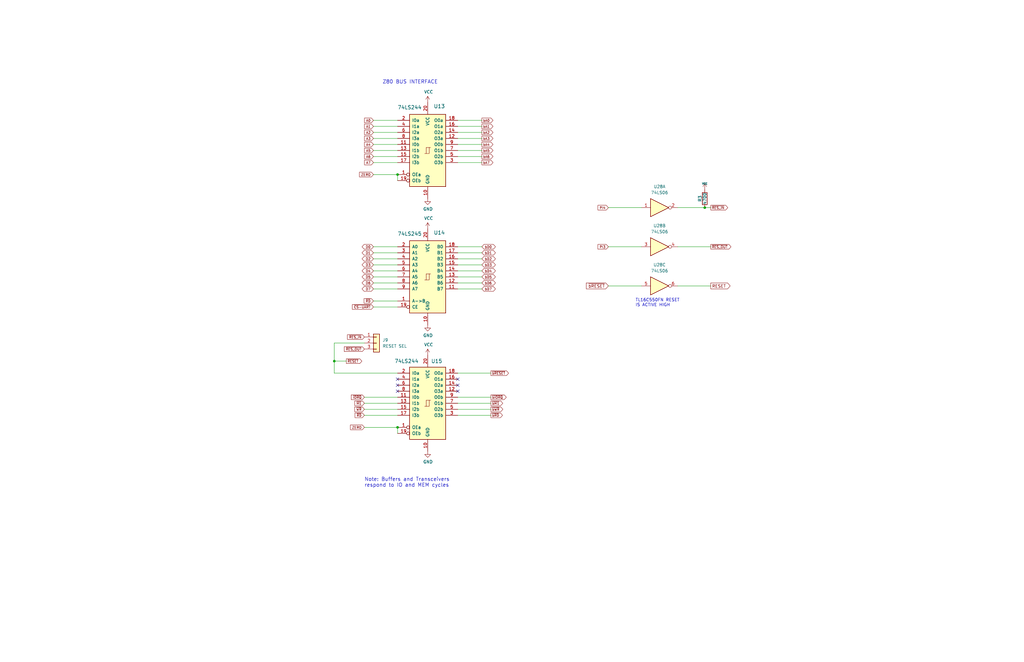
<source format=kicad_sch>
(kicad_sch (version 20211123) (generator eeschema)
  (paper "B")
  (lib_symbols
    (symbol "74xx:74LS06" (pin_names (offset 1.016))
      (property "Reference" "U" (at 0 1.27 0))
      (property "Value" "74LS06" (at 0 -1.27 0))
      (symbol "74LS06_1_0"
        (polyline (pts (xy -3.81 3.81) (xy -3.81 -3.81) (xy 3.81 0) (xy -3.81 3.81)) (stroke (width 0.254)) (fill (type background)))
        (pin input line (at -7.62 0 0) (length 3.81) (name "~") (number "1"))
        (pin open_collector inverted (at 7.62 0 180) (length 3.81) (name "~") (number "2"))
      )
      (symbol "74LS06_2_0"
        (polyline (pts (xy -3.81 3.81) (xy -3.81 -3.81) (xy 3.81 0) (xy -3.81 3.81)) (stroke (width 0.254)) (fill (type background)))
        (pin input line (at -7.62 0 0) (length 3.81) (name "~") (number "3"))
        (pin open_collector inverted (at 7.62 0 180) (length 3.81) (name "~") (number "4"))
      )
      (symbol "74LS06_3_0"
        (polyline (pts (xy -3.81 3.81) (xy -3.81 -3.81) (xy 3.81 0) (xy -3.81 3.81)) (stroke (width 0.254)) (fill (type background)))
        (pin input line (at -7.62 0 0) (length 3.81) (name "~") (number "5"))
        (pin open_collector inverted (at 7.62 0 180) (length 3.81) (name "~") (number "6"))
      )
      (symbol "74LS06_4_0"
        (polyline (pts (xy -3.81 3.81) (xy -3.81 -3.81) (xy 3.81 0) (xy -3.81 3.81)) (stroke (width 0.254)) (fill (type background)))
        (pin open_collector inverted (at 7.62 0 180) (length 3.81) (name "~") (number "8"))
        (pin input line (at -7.62 0 0) (length 3.81) (name "~") (number "9"))
      )
      (symbol "74LS06_5_0"
        (polyline (pts (xy -3.81 3.81) (xy -3.81 -3.81) (xy 3.81 0) (xy -3.81 3.81)) (stroke (width 0.254)) (fill (type background)))
        (pin open_collector inverted (at 7.62 0 180) (length 3.81) (name "~") (number "10"))
        (pin input line (at -7.62 0 0) (length 3.81) (name "~") (number "11"))
      )
      (symbol "74LS06_6_0"
        (polyline (pts (xy -3.81 3.81) (xy -3.81 -3.81) (xy 3.81 0) (xy -3.81 3.81)) (stroke (width 0.254)) (fill (type background)))
        (pin open_collector inverted (at 7.62 0 180) (length 3.81) (name "~") (number "12"))
        (pin input line (at -7.62 0 0) (length 3.81) (name "~") (number "13"))
      )
      (symbol "74LS06_7_0"
        (pin power_in line (at 0 12.7 270) (length 5.08) (name "VCC") (number "14"))
        (pin power_in line (at 0 -12.7 90) (length 5.08) (name "GND") (number "7"))
      )
      (symbol "74LS06_7_1"
        (rectangle (start -5.08 7.62) (end 5.08 -7.62) (stroke (width 0.254)) (fill (type background)))
      )
    )
    (symbol "74xx:74LS244" (pin_names (offset 1.016))
      (property "Reference" "U" (at -7.62 16.51 0))
      (property "Value" "74LS244" (at -7.62 -16.51 0))
      (symbol "74LS244_1_0"
        (polyline (pts (xy -0.635 -1.27) (xy -0.635 1.27) (xy 0.635 1.27)))
        (polyline (pts (xy -1.27 -1.27) (xy 0.635 -1.27) (xy 0.635 1.27) (xy 1.27 1.27)))
        (pin input inverted (at -12.7 -10.16 0) (length 5.08) (name "OEa") (number "1"))
        (pin power_in line (at 0 -20.32 90) (length 5.08) (name "GND") (number "10"))
        (pin input line (at -12.7 2.54 0) (length 5.08) (name "I0b") (number "11"))
        (pin tri_state line (at 12.7 5.08 180) (length 5.08) (name "O3a") (number "12"))
        (pin input line (at -12.7 0 0) (length 5.08) (name "I1b") (number "13"))
        (pin tri_state line (at 12.7 7.62 180) (length 5.08) (name "O2a") (number "14"))
        (pin input line (at -12.7 -2.54 0) (length 5.08) (name "I2b") (number "15"))
        (pin tri_state line (at 12.7 10.16 180) (length 5.08) (name "O1a") (number "16"))
        (pin input line (at -12.7 -5.08 0) (length 5.08) (name "I3b") (number "17"))
        (pin tri_state line (at 12.7 12.7 180) (length 5.08) (name "O0a") (number "18"))
        (pin input inverted (at -12.7 -12.7 0) (length 5.08) (name "OEb") (number "19"))
        (pin input line (at -12.7 12.7 0) (length 5.08) (name "I0a") (number "2"))
        (pin power_in line (at 0 20.32 270) (length 5.08) (name "VCC") (number "20"))
        (pin tri_state line (at 12.7 -5.08 180) (length 5.08) (name "O3b") (number "3"))
        (pin input line (at -12.7 10.16 0) (length 5.08) (name "I1a") (number "4"))
        (pin tri_state line (at 12.7 -2.54 180) (length 5.08) (name "O2b") (number "5"))
        (pin input line (at -12.7 7.62 0) (length 5.08) (name "I2a") (number "6"))
        (pin tri_state line (at 12.7 0 180) (length 5.08) (name "O1b") (number "7"))
        (pin input line (at -12.7 5.08 0) (length 5.08) (name "I3a") (number "8"))
        (pin tri_state line (at 12.7 2.54 180) (length 5.08) (name "O0b") (number "9"))
      )
      (symbol "74LS244_1_1"
        (rectangle (start -7.62 15.24) (end 7.62 -15.24) (stroke (width 0.254)) (fill (type background)))
      )
    )
    (symbol "74xx:74LS245" (pin_names (offset 1.016))
      (property "Reference" "U" (at -7.62 16.51 0))
      (property "Value" "74LS245" (at -7.62 -16.51 0))
      (symbol "74LS245_1_0"
        (polyline (pts (xy -0.635 -1.27) (xy -0.635 1.27) (xy 0.635 1.27)))
        (polyline (pts (xy -1.27 -1.27) (xy 0.635 -1.27) (xy 0.635 1.27) (xy 1.27 1.27)))
        (pin input line (at -12.7 -10.16 0) (length 5.08) (name "A->B") (number "1"))
        (pin power_in line (at 0 -20.32 90) (length 5.08) (name "GND") (number "10"))
        (pin tri_state line (at 12.7 -5.08 180) (length 5.08) (name "B7") (number "11"))
        (pin tri_state line (at 12.7 -2.54 180) (length 5.08) (name "B6") (number "12"))
        (pin tri_state line (at 12.7 0 180) (length 5.08) (name "B5") (number "13"))
        (pin tri_state line (at 12.7 2.54 180) (length 5.08) (name "B4") (number "14"))
        (pin tri_state line (at 12.7 5.08 180) (length 5.08) (name "B3") (number "15"))
        (pin tri_state line (at 12.7 7.62 180) (length 5.08) (name "B2") (number "16"))
        (pin tri_state line (at 12.7 10.16 180) (length 5.08) (name "B1") (number "17"))
        (pin tri_state line (at 12.7 12.7 180) (length 5.08) (name "B0") (number "18"))
        (pin input inverted (at -12.7 -12.7 0) (length 5.08) (name "CE") (number "19"))
        (pin tri_state line (at -12.7 12.7 0) (length 5.08) (name "A0") (number "2"))
        (pin power_in line (at 0 20.32 270) (length 5.08) (name "VCC") (number "20"))
        (pin tri_state line (at -12.7 10.16 0) (length 5.08) (name "A1") (number "3"))
        (pin tri_state line (at -12.7 7.62 0) (length 5.08) (name "A2") (number "4"))
        (pin tri_state line (at -12.7 5.08 0) (length 5.08) (name "A3") (number "5"))
        (pin tri_state line (at -12.7 2.54 0) (length 5.08) (name "A4") (number "6"))
        (pin tri_state line (at -12.7 0 0) (length 5.08) (name "A5") (number "7"))
        (pin tri_state line (at -12.7 -2.54 0) (length 5.08) (name "A6") (number "8"))
        (pin tri_state line (at -12.7 -5.08 0) (length 5.08) (name "A7") (number "9"))
      )
      (symbol "74LS245_1_1"
        (rectangle (start -7.62 15.24) (end 7.62 -15.24) (stroke (width 0.254)) (fill (type background)))
      )
    )
    (symbol "Connector_Generic:Conn_01x03" (pin_names (offset 1.016) hide)
      (property "Reference" "J" (at 0 5.08 0))
      (property "Value" "Conn_01x03" (at 0 -5.08 0))
      (symbol "Conn_01x03_1_1"
        (rectangle (start -1.27 -2.413) (end 0 -2.667) (stroke (width 0.1524)))
        (rectangle (start -1.27 0.127) (end 0 -0.127) (stroke (width 0.1524)))
        (rectangle (start -1.27 2.667) (end 0 2.413) (stroke (width 0.1524)))
        (rectangle (start -1.27 3.81) (end 1.27 -3.81) (stroke (width 0.254)) (fill (type background)))
        (pin passive line (at -5.08 2.54 0) (length 3.81) (name "Pin_1") (number "1"))
        (pin passive line (at -5.08 0 0) (length 3.81) (name "Pin_2") (number "2"))
        (pin passive line (at -5.08 -2.54 0) (length 3.81) (name "Pin_3") (number "3"))
      )
    )
    (symbol "Device:R" (pin_numbers hide) (pin_names (offset 0))
      (property "Reference" "R" (at 2.032 0 90))
      (property "Value" "R" (at 0 0 90))
      (symbol "R_0_1"
        (rectangle (start -1.016 -2.54) (end 1.016 2.54) (stroke (width 0.254)))
      )
      (symbol "R_1_1"
        (pin passive line (at 0 3.81 270) (length 1.27) (name "~") (number "1"))
        (pin passive line (at 0 -3.81 90) (length 1.27) (name "~") (number "2"))
      )
    )
    (symbol "power:GND" (power) (pin_names (offset 0))
      (property "Value" "GND" (at 0 -3.81 0))
      (symbol "GND_0_1"
        (polyline (pts (xy 0 0) (xy 0 -1.27) (xy 1.27 -1.27) (xy 0 -2.54) (xy -1.27 -1.27) (xy 0 -1.27)))
      )
      (symbol "GND_1_1"
        (pin power_in line (at 0 0 270) (length 0) hide (name "GND") (number "1"))
      )
    )
    (symbol "power:VCC" (power) (pin_names (offset 0))
      (property "Value" "VCC" (at 0 3.81 0))
      (symbol "VCC_0_1"
        (polyline (pts (xy -0.762 1.27) (xy 0 2.54)))
        (polyline (pts (xy 0 0) (xy 0 2.54)))
        (polyline (pts (xy 0 2.54) (xy 0.762 1.27)))
      )
      (symbol "VCC_1_1"
        (pin power_in line (at 0 0 90) (length 0) hide (name "VCC") (number "1"))
      )
    )
  )
  (junction (at 167.64 180.34))
  (junction (at 297.18 87.63))
  (junction (at 167.64 73.66))
  (junction (at 140.97 152.4))
  (no_connect (at 167.64 162.56))
  (no_connect (at 193.04 160.02))
  (no_connect (at 193.04 165.1))
  (no_connect (at 193.04 162.56))
  (no_connect (at 167.64 165.1))
  (no_connect (at 167.64 160.02))
  (wire (pts (xy 256.54 120.65) (xy 270.51 120.65)))
  (wire (pts (xy 285.75 104.14) (xy 299.72 104.14)))
  (wire (pts (xy 193.04 60.96) (xy 203.2 60.96)))
  (wire (pts (xy 193.04 167.64) (xy 207.01 167.64)))
  (wire (pts (xy 193.04 104.14) (xy 203.2 104.14)))
  (wire (pts (xy 157.48 119.38) (xy 167.64 119.38)))
  (wire (pts (xy 193.04 66.04) (xy 203.2 66.04)))
  (wire (pts (xy 167.64 180.34) (xy 167.64 182.88)))
  (wire (pts (xy 140.97 152.4) (xy 140.97 157.48)))
  (wire (pts (xy 153.67 170.18) (xy 167.64 170.18)))
  (wire (pts (xy 256.54 87.63) (xy 270.51 87.63)))
  (wire (pts (xy 157.48 127) (xy 167.64 127)))
  (wire (pts (xy 157.48 63.5) (xy 167.64 63.5)))
  (wire (pts (xy 157.48 106.68) (xy 167.64 106.68)))
  (wire (pts (xy 157.48 53.34) (xy 167.64 53.34)))
  (wire (pts (xy 193.04 68.58) (xy 203.2 68.58)))
  (wire (pts (xy 157.48 116.84) (xy 167.64 116.84)))
  (wire (pts (xy 193.04 157.48) (xy 207.01 157.48)))
  (wire (pts (xy 157.48 66.04) (xy 167.64 66.04)))
  (wire (pts (xy 157.48 68.58) (xy 167.64 68.58)))
  (wire (pts (xy 157.48 104.14) (xy 167.64 104.14)))
  (wire (pts (xy 157.48 109.22) (xy 167.64 109.22)))
  (wire (pts (xy 193.04 111.76) (xy 203.2 111.76)))
  (wire (pts (xy 157.48 114.3) (xy 167.64 114.3)))
  (wire (pts (xy 193.04 50.8) (xy 203.2 50.8)))
  (wire (pts (xy 297.18 87.63) (xy 299.72 87.63)))
  (wire (pts (xy 153.67 167.64) (xy 167.64 167.64)))
  (wire (pts (xy 157.48 55.88) (xy 167.64 55.88)))
  (wire (pts (xy 193.04 106.68) (xy 203.2 106.68)))
  (wire (pts (xy 193.04 175.26) (xy 207.01 175.26)))
  (wire (pts (xy 157.48 121.92) (xy 167.64 121.92)))
  (wire (pts (xy 157.48 50.8) (xy 167.64 50.8)))
  (wire (pts (xy 157.48 58.42) (xy 167.64 58.42)))
  (wire (pts (xy 140.97 157.48) (xy 167.64 157.48)))
  (wire (pts (xy 285.75 120.65) (xy 299.72 120.65)))
  (wire (pts (xy 193.04 121.92) (xy 203.2 121.92)))
  (wire (pts (xy 193.04 116.84) (xy 203.2 116.84)))
  (wire (pts (xy 153.67 172.72) (xy 167.64 172.72)))
  (wire (pts (xy 140.97 152.4) (xy 146.05 152.4)))
  (wire (pts (xy 153.67 180.34) (xy 167.64 180.34)))
  (wire (pts (xy 157.48 129.54) (xy 167.64 129.54)))
  (wire (pts (xy 140.97 144.78) (xy 140.97 152.4)))
  (wire (pts (xy 193.04 55.88) (xy 203.2 55.88)))
  (wire (pts (xy 193.04 172.72) (xy 207.01 172.72)))
  (wire (pts (xy 157.48 60.96) (xy 167.64 60.96)))
  (wire (pts (xy 193.04 53.34) (xy 203.2 53.34)))
  (wire (pts (xy 193.04 109.22) (xy 203.2 109.22)))
  (wire (pts (xy 157.48 111.76) (xy 167.64 111.76)))
  (wire (pts (xy 285.75 87.63) (xy 297.18 87.63)))
  (wire (pts (xy 193.04 114.3) (xy 203.2 114.3)))
  (wire (pts (xy 256.54 104.14) (xy 270.51 104.14)))
  (wire (pts (xy 140.97 144.78) (xy 153.67 144.78)))
  (wire (pts (xy 167.64 76.2) (xy 167.64 73.66)))
  (wire (pts (xy 157.48 73.66) (xy 167.64 73.66)))
  (wire (pts (xy 153.67 175.26) (xy 167.64 175.26)))
  (wire (pts (xy 193.04 63.5) (xy 203.2 63.5)))
  (wire (pts (xy 193.04 119.38) (xy 203.2 119.38)))
  (wire (pts (xy 193.04 58.42) (xy 203.2 58.42)))
  (wire (pts (xy 193.04 170.18) (xy 207.01 170.18)))
  (text "TL16C550FN RESET\nIS ACTIVE HIGH" (at 267.97 129.54 0) (effects (font (size 1.27 1.27)) (justify left bottom)))
  (text "Z80 BUS INTERFACE" (at 161.29 35.56 0) (effects (font (size 1.524 1.524)) (justify left bottom)))
  (text "Note: Buffers and Transceivers\nrespond to IO and MEM cycles" (at 153.67 205.74 0) (effects (font (size 1.524 1.524)) (justify left bottom)))
  (global_label "bD5" (shape bidirectional) (at 203.2 116.84 0) (effects (font (size 1.016 1.016))) (property "Intersheet References" "${INTERSHEET_REFS}" (effects hide)))
  (global_label "~{RES_OUT}" (shape input) (at 153.67 147.32 180) (effects (font (size 1.016 1.016))) (property "Intersheet References" "${INTERSHEET_REFS}" (effects hide)))
  (global_label "bA4" (shape output) (at 203.2 60.96 0) (effects (font (size 1.016 1.016))) (property "Intersheet References" "${INTERSHEET_REFS}" (effects hide)))
  (global_label "D4" (shape bidirectional) (at 157.48 114.3 180) (effects (font (size 1.016 1.016))) (property "Intersheet References" "${INTERSHEET_REFS}" (effects hide)))
  (global_label "~{RES_IN}" (shape input) (at 153.67 142.24 180) (effects (font (size 1.016 1.016))) (property "Intersheet References" "${INTERSHEET_REFS}" (effects hide)))
  (global_label "PI3" (shape input) (at 256.54 104.14 180) (effects (font (size 1.016 1.016))) (property "Intersheet References" "${INTERSHEET_REFS}" (effects hide)))
  (global_label "~{bWR}" (shape output) (at 207.01 172.72 0) (effects (font (size 1.016 1.016))) (property "Intersheet References" "${INTERSHEET_REFS}" (effects hide)))
  (global_label "~{bRESET}" (shape output) (at 207.01 157.48 0) (effects (font (size 1.016 1.016))) (property "Intersheet References" "${INTERSHEET_REFS}" (effects hide)))
  (global_label "~{bIORQ}" (shape output) (at 207.01 167.64 0) (effects (font (size 1.016 1.016))) (property "Intersheet References" "${INTERSHEET_REFS}" (effects hide)))
  (global_label "~{WR}" (shape input) (at 153.67 172.72 180) (effects (font (size 1.016 1.016))) (property "Intersheet References" "${INTERSHEET_REFS}" (effects hide)))
  (global_label "bA3" (shape output) (at 203.2 58.42 0) (effects (font (size 1.016 1.016))) (property "Intersheet References" "${INTERSHEET_REFS}" (effects hide)))
  (global_label "D3" (shape bidirectional) (at 157.48 111.76 180) (effects (font (size 1.016 1.016))) (property "Intersheet References" "${INTERSHEET_REFS}" (effects hide)))
  (global_label "ZERO" (shape input) (at 153.67 180.34 180) (effects (font (size 1.016 1.016))) (property "Intersheet References" "${INTERSHEET_REFS}" (effects hide)))
  (global_label "RESET" (shape output) (at 299.72 120.65 0) (property "Intersheet References" "${INTERSHEET_REFS}" (effects hide)))
  (global_label "bD2" (shape bidirectional) (at 203.2 109.22 0) (effects (font (size 1.016 1.016))) (property "Intersheet References" "${INTERSHEET_REFS}" (effects hide)))
  (global_label "~{CS-UART}" (shape input) (at 157.48 129.54 180) (effects (font (size 1.016 1.016))) (property "Intersheet References" "${INTERSHEET_REFS}" (effects hide)))
  (global_label "A7" (shape input) (at 157.48 68.58 180) (effects (font (size 1.016 1.016))) (property "Intersheet References" "${INTERSHEET_REFS}" (effects hide)))
  (global_label "A1" (shape input) (at 157.48 53.34 180) (effects (font (size 1.016 1.016))) (property "Intersheet References" "${INTERSHEET_REFS}" (effects hide)))
  (global_label "bD7" (shape bidirectional) (at 203.2 121.92 0) (effects (font (size 1.016 1.016))) (property "Intersheet References" "${INTERSHEET_REFS}" (effects hide)))
  (global_label "D6" (shape bidirectional) (at 157.48 119.38 180) (effects (font (size 1.016 1.016))) (property "Intersheet References" "${INTERSHEET_REFS}" (effects hide)))
  (global_label "~{bRD}" (shape output) (at 207.01 175.26 0) (effects (font (size 1.016 1.016))) (property "Intersheet References" "${INTERSHEET_REFS}" (effects hide)))
  (global_label "ZERO" (shape input) (at 157.48 73.66 180) (effects (font (size 1.016 1.016))) (property "Intersheet References" "${INTERSHEET_REFS}" (effects hide)))
  (global_label "~{IORQ}" (shape input) (at 153.67 167.64 180) (effects (font (size 1.016 1.016))) (property "Intersheet References" "${INTERSHEET_REFS}" (effects hide)))
  (global_label "bA0" (shape output) (at 203.2 50.8 0) (effects (font (size 1.016 1.016))) (property "Intersheet References" "${INTERSHEET_REFS}" (effects hide)))
  (global_label "~{M1}" (shape input) (at 153.67 170.18 180) (effects (font (size 1.016 1.016))) (property "Intersheet References" "${INTERSHEET_REFS}" (effects hide)))
  (global_label "~{RES_OUT}" (shape output) (at 299.72 104.14 0) (effects (font (size 1.016 1.016))) (property "Intersheet References" "${INTERSHEET_REFS}" (effects hide)))
  (global_label "D1" (shape bidirectional) (at 157.48 106.68 180) (effects (font (size 1.016 1.016))) (property "Intersheet References" "${INTERSHEET_REFS}" (effects hide)))
  (global_label "bA6" (shape output) (at 203.2 66.04 0) (effects (font (size 1.016 1.016))) (property "Intersheet References" "${INTERSHEET_REFS}" (effects hide)))
  (global_label "D5" (shape bidirectional) (at 157.48 116.84 180) (effects (font (size 1.016 1.016))) (property "Intersheet References" "${INTERSHEET_REFS}" (effects hide)))
  (global_label "bD3" (shape bidirectional) (at 203.2 111.76 0) (effects (font (size 1.016 1.016))) (property "Intersheet References" "${INTERSHEET_REFS}" (effects hide)))
  (global_label "A2" (shape input) (at 157.48 55.88 180) (effects (font (size 1.016 1.016))) (property "Intersheet References" "${INTERSHEET_REFS}" (effects hide)))
  (global_label "A4" (shape input) (at 157.48 60.96 180) (effects (font (size 1.016 1.016))) (property "Intersheet References" "${INTERSHEET_REFS}" (effects hide)))
  (global_label "~{RES_IN}" (shape output) (at 299.72 87.63 0) (effects (font (size 1.016 1.016))) (property "Intersheet References" "${INTERSHEET_REFS}" (effects hide)))
  (global_label "D2" (shape bidirectional) (at 157.48 109.22 180) (effects (font (size 1.016 1.016))) (property "Intersheet References" "${INTERSHEET_REFS}" (effects hide)))
  (global_label "bA2" (shape output) (at 203.2 55.88 0) (effects (font (size 1.016 1.016))) (property "Intersheet References" "${INTERSHEET_REFS}" (effects hide)))
  (global_label "bA1" (shape output) (at 203.2 53.34 0) (effects (font (size 1.016 1.016))) (property "Intersheet References" "${INTERSHEET_REFS}" (effects hide)))
  (global_label "bA7" (shape output) (at 203.2 68.58 0) (effects (font (size 1.016 1.016))) (property "Intersheet References" "${INTERSHEET_REFS}" (effects hide)))
  (global_label "bD4" (shape bidirectional) (at 203.2 114.3 0) (effects (font (size 1.016 1.016))) (property "Intersheet References" "${INTERSHEET_REFS}" (effects hide)))
  (global_label "D7" (shape bidirectional) (at 157.48 121.92 180) (effects (font (size 1.016 1.016))) (property "Intersheet References" "${INTERSHEET_REFS}" (effects hide)))
  (global_label "~{RD}" (shape input) (at 157.48 127 180) (effects (font (size 1.016 1.016))) (property "Intersheet References" "${INTERSHEET_REFS}" (effects hide)))
  (global_label "~{RD}" (shape input) (at 153.67 175.26 180) (effects (font (size 1.016 1.016))) (property "Intersheet References" "${INTERSHEET_REFS}" (effects hide)))
  (global_label "A3" (shape input) (at 157.48 58.42 180) (effects (font (size 1.016 1.016))) (property "Intersheet References" "${INTERSHEET_REFS}" (effects hide)))
  (global_label "bD1" (shape bidirectional) (at 203.2 106.68 0) (effects (font (size 1.016 1.016))) (property "Intersheet References" "${INTERSHEET_REFS}" (effects hide)))
  (global_label "A6" (shape input) (at 157.48 66.04 180) (effects (font (size 1.016 1.016))) (property "Intersheet References" "${INTERSHEET_REFS}" (effects hide)))
  (global_label "~{bM1}" (shape output) (at 207.01 170.18 0) (effects (font (size 1.016 1.016))) (property "Intersheet References" "${INTERSHEET_REFS}" (effects hide)))
  (global_label "bD6" (shape bidirectional) (at 203.2 119.38 0) (effects (font (size 1.016 1.016))) (property "Intersheet References" "${INTERSHEET_REFS}" (effects hide)))
  (global_label "~{RESET}" (shape output) (at 146.05 152.4 0) (effects (font (size 1.016 1.016))) (property "Intersheet References" "${INTERSHEET_REFS}" (effects hide)))
  (global_label "PI4" (shape input) (at 256.54 87.63 180) (effects (font (size 1.016 1.016))) (property "Intersheet References" "${INTERSHEET_REFS}" (effects hide)))
  (global_label "bA5" (shape output) (at 203.2 63.5 0) (effects (font (size 1.016 1.016))) (property "Intersheet References" "${INTERSHEET_REFS}" (effects hide)))
  (global_label "A5" (shape input) (at 157.48 63.5 180) (effects (font (size 1.016 1.016))) (property "Intersheet References" "${INTERSHEET_REFS}" (effects hide)))
  (global_label "~{bRESET}" (shape input) (at 256.54 120.65 180) (property "Intersheet References" "${INTERSHEET_REFS}" (effects hide)))
  (global_label "D0" (shape bidirectional) (at 157.48 104.14 180) (effects (font (size 1.016 1.016))) (property "Intersheet References" "${INTERSHEET_REFS}" (effects hide)))
  (global_label "A0" (shape input) (at 157.48 50.8 180) (effects (font (size 1.016 1.016))) (property "Intersheet References" "${INTERSHEET_REFS}" (effects hide)))
  (global_label "bD0" (shape bidirectional) (at 203.2 104.14 0) (effects (font (size 1.016 1.016))) (property "Intersheet References" "${INTERSHEET_REFS}" (effects hide)))
  (symbol (lib_id "74xx:74LS245") (at 180.34 116.84 0) (unit 1)
    (property "Reference" "U14" (at 182.88 99.06 0) (effects (font (size 1.524 1.524)) (justify left bottom)))
    (property "Value" "74LS245" (at 167.64 97.79 0) (effects (font (size 1.524 1.524)) (justify left top)))
    (property "Footprint" "Package_DIP:DIP-20_W7.62mm_Socket" (effects hide))
    (property "Datasheet" "http://www.ti.com/lit/gpn/sn74LS245" (effects hide))
  )
  (symbol (lib_id "power:VCC") (at 180.34 43.18 0) (unit 1)
    (property "Reference" "#PWR037" (effects hide))
    (property "Value" "VCC" (at 180.721 38.7858 0))
  )
  (symbol (lib_id "power:GND") (at 180.34 83.82 0) (unit 1)
    (property "Reference" "#PWR038" (effects hide))
    (property "Value" "GND" (at 180.467 88.2142 0))
  )
  (symbol (lib_id "power:VCC") (at 180.34 96.52 0) (unit 1)
    (property "Reference" "#PWR039" (effects hide))
    (property "Value" "VCC" (at 180.721 92.1258 0))
  )
  (symbol (lib_id "power:VCC") (at 180.34 149.86 0) (unit 1)
    (property "Reference" "#PWR041" (effects hide))
    (property "Value" "VCC" (at 180.721 145.4658 0))
  )
  (symbol (lib_id "power:GND") (at 180.34 137.16 0) (unit 1)
    (property "Reference" "#PWR040" (effects hide))
    (property "Value" "GND" (at 180.467 141.5542 0))
  )
  (symbol (lib_id "power:GND") (at 180.34 190.5 0) (unit 1)
    (property "Reference" "#PWR042" (effects hide))
    (property "Value" "GND" (at 180.467 194.8942 0))
  )
  (symbol (lib_id "74xx:74LS244") (at 180.34 170.18 0) (unit 1)
    (property "Reference" "U15" (at 184.15 152.4 0) (effects (font (size 1.524 1.524))))
    (property "Value" "74LS244" (at 171.45 152.4 0) (effects (font (size 1.524 1.524))))
    (property "Footprint" "Package_DIP:DIP-20_W7.62mm_Socket" (effects hide))
    (property "Datasheet" "http://www.ti.com/lit/ds/symlink/sn74ls244.pdf" (effects hide))
  )
  (symbol (lib_id "74xx:74LS244") (at 180.34 63.5 0) (unit 1)
    (property "Reference" "U13" (at 182.88 45.72 0) (effects (font (size 1.524 1.524)) (justify left bottom)))
    (property "Value" "74LS244" (at 167.64 44.45 0) (effects (font (size 1.524 1.524)) (justify left top)))
    (property "Footprint" "Package_DIP:DIP-20_W7.62mm_Socket" (effects hide))
    (property "Datasheet" "http://www.ti.com/lit/ds/symlink/sn74ls244.pdf" (effects hide))
  )
  (symbol (lib_id "74xx:74LS06") (at 278.13 120.65 0) (unit 3)
    (property "Reference" "U28" (at 278.13 111.76 0))
    (property "Value" "74LS06" (at 278.13 114.3 0))
    (property "Datasheet" "http://www.ti.com/lit/gpn/sn74LS06" (effects hide))
  )
  (symbol (lib_id "74xx:74LS06") (at 278.13 104.14 0) (unit 2)
    (property "Reference" "U28" (at 278.13 95.25 0))
    (property "Value" "74LS06" (at 278.13 97.79 0))
    (property "Datasheet" "http://www.ti.com/lit/gpn/sn74LS06" (effects hide))
  )
  (symbol (lib_id "Connector_Generic:Conn_01x03") (at 158.75 144.78 0) (unit 1)
    (property "Reference" "J9" (at 161.29 143.5099 0) (effects (justify left)))
    (property "Value" "RESET SEL" (at 161.29 146.0499 0) (effects (justify left)))
    (property "Footprint" "Connector_PinHeader_2.54mm:PinHeader_1x03_P2.54mm_Vertical" (effects hide))
  )
  (symbol (lib_id "power:VCC") (at 297.18 80.01 0) (unit 1)
    (property "Reference" "#PWR031" (effects hide))
    (property "Value" "VCC" (at 297.18 77.47 0) (effects (font (size 0.762 0.762))))
  )
  (symbol (lib_id "Device:R") (at 297.18 83.82 180) (unit 1)
    (property "Reference" "R3" (at 295.148 83.82 90))
    (property "Value" "4700" (at 297.18 83.82 90))
    (property "Footprint" "Resistor_THT:R_Axial_DIN0207_L6.3mm_D2.5mm_P7.62mm_Horizontal" (effects hide))
  )
  (symbol (lib_id "74xx:74LS06") (at 278.13 87.63 0) (unit 1)
    (property "Reference" "U28" (at 278.13 78.74 0))
    (property "Value" "74LS06" (at 278.13 81.28 0))
    (property "Datasheet" "http://www.ti.com/lit/gpn/sn74LS06" (effects hide))
  )
)
</source>
